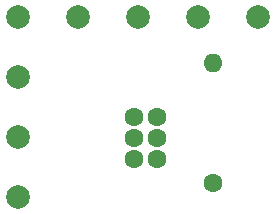
<source format=gbr>
%TF.GenerationSoftware,KiCad,Pcbnew,8.0.1*%
%TF.CreationDate,2024-04-29T14:13:33-04:00*%
%TF.ProjectId,kicad_pcb,6b696361-645f-4706-9362-2e6b69636164,rev?*%
%TF.SameCoordinates,Original*%
%TF.FileFunction,Copper,L2,Bot*%
%TF.FilePolarity,Positive*%
%FSLAX46Y46*%
G04 Gerber Fmt 4.6, Leading zero omitted, Abs format (unit mm)*
G04 Created by KiCad (PCBNEW 8.0.1) date 2024-04-29 14:13:33*
%MOMM*%
%LPD*%
G01*
G04 APERTURE LIST*
%TA.AperFunction,ComponentPad*%
%ADD10C,2.000000*%
%TD*%
%TA.AperFunction,ComponentPad*%
%ADD11C,1.600000*%
%TD*%
%TA.AperFunction,ComponentPad*%
%ADD12O,1.600000X1.600000*%
%TD*%
%TA.AperFunction,ViaPad*%
%ADD13C,1.600000*%
%TD*%
G04 APERTURE END LIST*
D10*
%TO.P,TP8,1,1*%
%TO.N,GND*%
X127160000Y-73000000D03*
%TD*%
%TO.P,TP7,1,1*%
%TO.N,GND*%
X137320000Y-73000000D03*
%TD*%
%TO.P,TP6,1,1*%
%TO.N,Net-(IC1-OUTPUT_A)*%
X132240000Y-73000000D03*
%TD*%
%TO.P,TP5,1,1*%
%TO.N,GND*%
X117000000Y-83160000D03*
%TD*%
%TO.P,TP4,1,1*%
%TO.N,/SDA*%
X117000000Y-73000000D03*
%TD*%
%TO.P,TP3,1,1*%
%TO.N,/SCL*%
X117000000Y-78080000D03*
%TD*%
%TO.P,TP2,1,1*%
%TO.N,/3.3*%
X122080000Y-73000000D03*
%TD*%
%TO.P,TP1,1,1*%
%TO.N,/VIN*%
X117000000Y-88240000D03*
%TD*%
D11*
%TO.P,R2,1*%
%TO.N,Net-(IC1-INPUTS_A_1)*%
X133500000Y-87080000D03*
D12*
%TO.P,R2,2*%
%TO.N,Net-(IC1-OUTPUT_A)*%
X133500000Y-76920000D03*
%TD*%
D13*
%TO.N,GND*%
X126750000Y-83250000D03*
X126750000Y-81500000D03*
X128750000Y-81500000D03*
X128750000Y-83250000D03*
X128750000Y-85000000D03*
X126750000Y-85000000D03*
%TD*%
M02*

</source>
